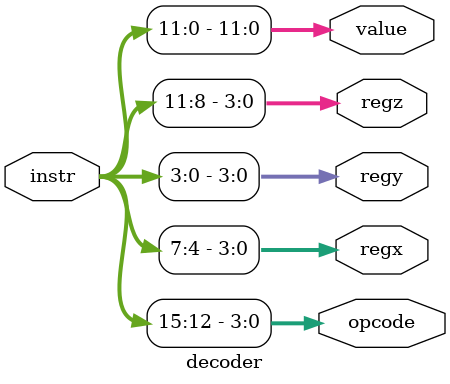
<source format=sv>
`timescale 1ns / 1ps


module decoder(
    input [15:0]instr,
    output [3:0]opcode,
    output [3:0]regx,
    output [3:0]regy,
    output [3:0]regz,
    output [11:0]value
    );
        
    assign {opcode, value} = instr;
    assign {regz, regx, regy} = value;
endmodule

</source>
